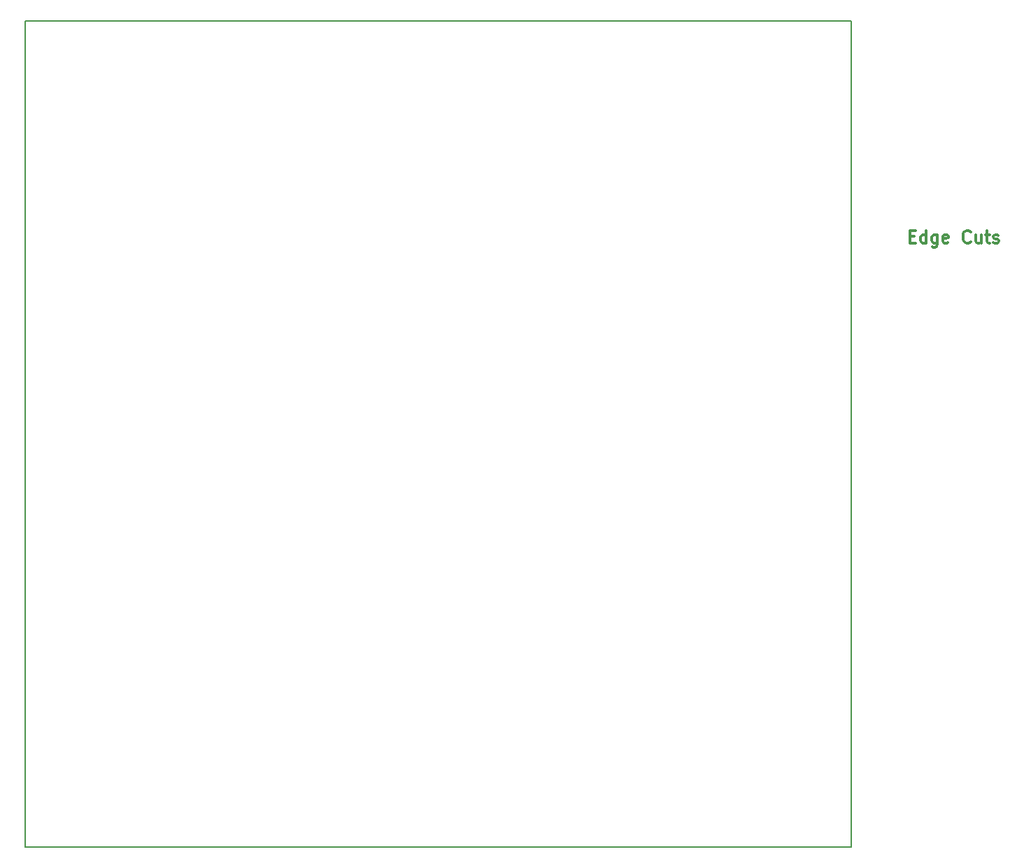
<source format=gbr>
G04 (created by PCBNEW (2013-07-07 BZR 4022)-stable) date 9/18/2013 11:59:42*
%MOIN*%
G04 Gerber Fmt 3.4, Leading zero omitted, Abs format*
%FSLAX34Y34*%
G01*
G70*
G90*
G04 APERTURE LIST*
%ADD10C,0.00590551*%
%ADD11C,0.011811*%
G04 APERTURE END LIST*
G54D10*
G54D11*
X48855Y-16563D02*
X49052Y-16563D01*
X49136Y-16872D02*
X48855Y-16872D01*
X48855Y-16282D01*
X49136Y-16282D01*
X49642Y-16872D02*
X49642Y-16282D01*
X49642Y-16844D02*
X49586Y-16872D01*
X49474Y-16872D01*
X49417Y-16844D01*
X49389Y-16816D01*
X49361Y-16760D01*
X49361Y-16591D01*
X49389Y-16535D01*
X49417Y-16507D01*
X49474Y-16479D01*
X49586Y-16479D01*
X49642Y-16507D01*
X50177Y-16479D02*
X50177Y-16957D01*
X50149Y-17013D01*
X50120Y-17041D01*
X50064Y-17069D01*
X49980Y-17069D01*
X49924Y-17041D01*
X50177Y-16844D02*
X50120Y-16872D01*
X50008Y-16872D01*
X49952Y-16844D01*
X49924Y-16816D01*
X49895Y-16760D01*
X49895Y-16591D01*
X49924Y-16535D01*
X49952Y-16507D01*
X50008Y-16479D01*
X50120Y-16479D01*
X50177Y-16507D01*
X50683Y-16844D02*
X50627Y-16872D01*
X50514Y-16872D01*
X50458Y-16844D01*
X50430Y-16788D01*
X50430Y-16563D01*
X50458Y-16507D01*
X50514Y-16479D01*
X50627Y-16479D01*
X50683Y-16507D01*
X50711Y-16563D01*
X50711Y-16619D01*
X50430Y-16676D01*
X51751Y-16816D02*
X51723Y-16844D01*
X51639Y-16872D01*
X51583Y-16872D01*
X51498Y-16844D01*
X51442Y-16788D01*
X51414Y-16732D01*
X51386Y-16619D01*
X51386Y-16535D01*
X51414Y-16422D01*
X51442Y-16366D01*
X51498Y-16310D01*
X51583Y-16282D01*
X51639Y-16282D01*
X51723Y-16310D01*
X51751Y-16338D01*
X52258Y-16479D02*
X52258Y-16872D01*
X52005Y-16479D02*
X52005Y-16788D01*
X52033Y-16844D01*
X52089Y-16872D01*
X52173Y-16872D01*
X52230Y-16844D01*
X52258Y-16816D01*
X52455Y-16479D02*
X52679Y-16479D01*
X52539Y-16282D02*
X52539Y-16788D01*
X52567Y-16844D01*
X52623Y-16872D01*
X52679Y-16872D01*
X52848Y-16844D02*
X52904Y-16872D01*
X53017Y-16872D01*
X53073Y-16844D01*
X53101Y-16788D01*
X53101Y-16760D01*
X53073Y-16704D01*
X53017Y-16676D01*
X52933Y-16676D01*
X52876Y-16647D01*
X52848Y-16591D01*
X52848Y-16563D01*
X52876Y-16507D01*
X52933Y-16479D01*
X53017Y-16479D01*
X53073Y-16507D01*
G54D10*
X6692Y-45669D02*
X6692Y-25984D01*
X46062Y-45669D02*
X6692Y-45669D01*
X46062Y-25984D02*
X46062Y-45669D01*
X6692Y-25984D02*
X6692Y-6299D01*
X46062Y-6299D02*
X46062Y-25984D01*
X6692Y-6299D02*
X46062Y-6299D01*
M02*

</source>
